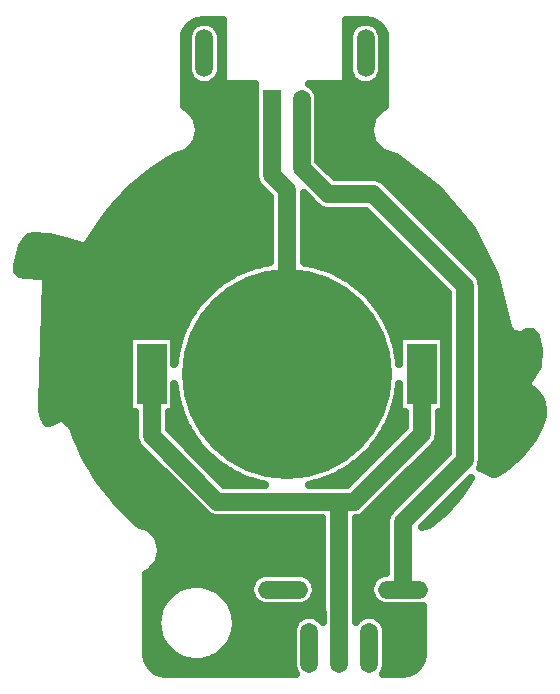
<source format=gbr>
%TF.GenerationSoftware,Novarm,DipTrace,4.3.0.5*%
%TF.CreationDate,2025-06-08T20:07:48-05:00*%
%FSLAX26Y26*%
%MOIN*%
%TF.FileFunction,Copper,L2,Bot*%
%TF.Part,Single*%
%TA.AperFunction,Conductor*%
%ADD16C,0.059055*%
%ADD17C,0.06*%
%TA.AperFunction,CopperBalancing*%
%ADD18C,0.025*%
%ADD21C,0.700787*%
%ADD22R,0.098425X0.200787*%
%TA.AperFunction,ComponentPad*%
%ADD23R,0.059055X0.167323*%
%ADD24O,0.059055X0.167323*%
%ADD25O,0.059055X0.1591*%
%ADD26O,0.167323X0.059055*%
G75*
G01*
%LPD*%
X1281251Y2293749D2*
D16*
Y2180087D1*
D17*
Y2093749D1*
X1331251Y2043750D1*
Y1431249D1*
X1381251Y2293749D2*
D16*
Y2118747D1*
D17*
X1468750Y2031249D1*
X1618751D1*
X1925001Y1724999D1*
Y1143749D1*
X1718750Y937498D1*
Y772027D1*
D16*
Y712499D1*
X881251Y1431249D2*
D17*
Y1224998D1*
X1100001Y1006249D1*
X1506250D1*
X1556251D1*
X1781251Y1231249D1*
Y1431249D1*
X1506250Y518749D2*
D16*
Y632410D1*
D17*
Y1006249D1*
X1002947Y2584938D2*
D18*
X1010668D1*
X1101844D2*
X1116042D1*
X1531341D2*
X1548159D1*
X991643Y2560069D2*
X999203D1*
X989759Y2535200D2*
X998288D1*
X989741Y2510331D2*
X998288D1*
X989705Y2485462D2*
X998288D1*
X989688Y2460594D2*
X998288D1*
X989670Y2435725D2*
X1000154D1*
X1649849D2*
X1657606D1*
X989634Y2410856D2*
X1014435D1*
X1098058D2*
X1116042D1*
X1531341D2*
X1551945D1*
X1635567D2*
X1657606D1*
X989616Y2385987D2*
X1223281D1*
X1424048D2*
X1657606D1*
X989598Y2361119D2*
X1223281D1*
X1437612D2*
X1657606D1*
X989562Y2336250D2*
X1223281D1*
X1439209D2*
X1657606D1*
X1007360Y2311381D2*
X1223281D1*
X1439209D2*
X1639771D1*
X1029734Y2286512D2*
X1223281D1*
X1439209D2*
X1617380D1*
X1036427Y2261644D2*
X1223281D1*
X1439209D2*
X1610723D1*
X1038687Y2236775D2*
X1223281D1*
X1439209D2*
X1608444D1*
X1032049Y2211906D2*
X1223281D1*
X1439209D2*
X1615101D1*
X1015847Y2187037D2*
X1223246D1*
X1439209D2*
X1631285D1*
X977397Y2162169D2*
X1222815D1*
X1439209D2*
X1669770D1*
X928954Y2137300D2*
X1222815D1*
X1444304D2*
X1713442D1*
X891939Y2112431D2*
X1222815D1*
X1469172D2*
X1747029D1*
X859195Y2087562D2*
X1223156D1*
X1494040D2*
X1780617D1*
X829752Y2062693D2*
X1232235D1*
X1668903D2*
X1814186D1*
X802928Y2037825D2*
X1255577D1*
X1693771D2*
X1842194D1*
X778204Y2012956D2*
X1272820D1*
X1389689D2*
X1405448D1*
X1718639D2*
X1863222D1*
X756458Y1988087D2*
X1272820D1*
X1389689D2*
X1430674D1*
X1743507D2*
X1884268D1*
X736166Y1963218D2*
X1272820D1*
X1389689D2*
X1605179D1*
X1768374D2*
X1905314D1*
X717111Y1938350D2*
X1272820D1*
X1389689D2*
X1630047D1*
X1793260D2*
X1926342D1*
X700784Y1913481D2*
X1272820D1*
X1389689D2*
X1654914D1*
X1818128D2*
X1946581D1*
X477818Y1888612D2*
X513385D1*
X684439D2*
X1272820D1*
X1389689D2*
X1679782D1*
X1842996D2*
X1959212D1*
X455139Y1863743D2*
X625828D1*
X668093D2*
X1272820D1*
X1389689D2*
X1704650D1*
X1867863D2*
X1971844D1*
X447298Y1838875D2*
X1272820D1*
X1389689D2*
X1729518D1*
X1892731D2*
X1984493D1*
X440982Y1814006D2*
X1272820D1*
X1389689D2*
X1754385D1*
X1917599D2*
X1997124D1*
X435349Y1789137D2*
X1212391D1*
X1450100D2*
X1779253D1*
X1942466D2*
X2009755D1*
X445647Y1764268D2*
X1153487D1*
X1509021D2*
X1804121D1*
X1967334D2*
X2022386D1*
X532469Y1739400D2*
X1112722D1*
X1549768D2*
X1829007D1*
X1981544D2*
X2029133D1*
X531500Y1714531D2*
X1081019D1*
X1581490D2*
X1853874D1*
X1983428D2*
X2035161D1*
X530531Y1689662D2*
X1055182D1*
X1607326D2*
X1866559D1*
X1983428D2*
X2041208D1*
X529563Y1664793D2*
X1033651D1*
X1628839D2*
X1866559D1*
X1983428D2*
X2047254D1*
X528576Y1639924D2*
X1015584D1*
X1646924D2*
X1866559D1*
X1983428D2*
X2053283D1*
X527607Y1615056D2*
X1000369D1*
X1662139D2*
X1866559D1*
X1983428D2*
X2059329D1*
X526638Y1590187D2*
X987630D1*
X1674860D2*
X1866559D1*
X1983428D2*
X2065376D1*
X525669Y1565318D2*
X977116D1*
X1685392D2*
X1866559D1*
X1983428D2*
X2086852D1*
X2123538D2*
X2152861D1*
X524682Y1540449D2*
X803598D1*
X958899D2*
X968611D1*
X1693879D2*
X1703609D1*
X1858892D2*
X1866559D1*
X1983428D2*
X2161761D1*
X523713Y1515581D2*
X803598D1*
X1858892D2*
X1866559D1*
X1983428D2*
X2167484D1*
X522745Y1490712D2*
X803598D1*
X1858892D2*
X1866559D1*
X1983428D2*
X2167771D1*
X521776Y1465843D2*
X803598D1*
X1858892D2*
X1866559D1*
X1983428D2*
X2166748D1*
X520807Y1440974D2*
X803598D1*
X1858892D2*
X1866559D1*
X1983428D2*
X2155391D1*
X519820Y1416106D2*
X803598D1*
X1858892D2*
X1866559D1*
X1983428D2*
X2139548D1*
X518851Y1391237D2*
X803598D1*
X1858892D2*
X1866559D1*
X1983428D2*
X2132587D1*
X517882Y1366368D2*
X803598D1*
X1858892D2*
X1866559D1*
X1983428D2*
X2160469D1*
X516913Y1341499D2*
X803598D1*
X1858892D2*
X1866559D1*
X1983428D2*
X2177352D1*
X517793Y1316630D2*
X803598D1*
X958899D2*
X970298D1*
X1692192D2*
X1703609D1*
X1858892D2*
X1866559D1*
X1983428D2*
X2183542D1*
X522637Y1291762D2*
X822814D1*
X939683D2*
X979233D1*
X1683275D2*
X1722825D1*
X1839676D2*
X1866559D1*
X1983428D2*
X2181945D1*
X607252Y1266893D2*
X822814D1*
X939683D2*
X990214D1*
X1672294D2*
X1722825D1*
X1839676D2*
X1866559D1*
X1983428D2*
X2174679D1*
X623687Y1242024D2*
X822814D1*
X945819D2*
X1003455D1*
X1659053D2*
X1710427D1*
X1839676D2*
X1866559D1*
X1983428D2*
X2163196D1*
X633375Y1217155D2*
X823370D1*
X970687D2*
X1019262D1*
X1643246D2*
X1685559D1*
X1837882D2*
X1866559D1*
X1983428D2*
X2150278D1*
X644141Y1192287D2*
X833382D1*
X995573D2*
X1038029D1*
X1624479D2*
X1660692D1*
X1823887D2*
X1866559D1*
X1983428D2*
X2131618D1*
X655983Y1167418D2*
X857227D1*
X1020440D2*
X1060403D1*
X1602105D2*
X1635824D1*
X1799019D2*
X1866559D1*
X1983428D2*
X2111900D1*
X669044Y1142549D2*
X882095D1*
X1045308D2*
X1087352D1*
X1575156D2*
X1610956D1*
X1774152D2*
X1842194D1*
X1983428D2*
X2085561D1*
X683308Y1117680D2*
X906962D1*
X1070176D2*
X1120671D1*
X1541837D2*
X1586089D1*
X1749284D2*
X1817326D1*
X1977884D2*
X2056566D1*
X698882Y1092812D2*
X931830D1*
X1095043D2*
X1164180D1*
X1498310D2*
X1561221D1*
X1724416D2*
X1792458D1*
X715909Y1067943D2*
X956698D1*
X1119911D2*
X1230620D1*
X1431888D2*
X1536335D1*
X1699548D2*
X1767591D1*
X734479Y1043074D2*
X981566D1*
X1674681D2*
X1742723D1*
X1905936D2*
X1915864D1*
X754736Y1018205D2*
X1006433D1*
X1649813D2*
X1717855D1*
X1881051D2*
X1897169D1*
X776823Y993337D2*
X1031319D1*
X1624945D2*
X1692988D1*
X1856183D2*
X1874849D1*
X800955Y968468D2*
X1056187D1*
X1600078D2*
X1669681D1*
X1831315D2*
X1851309D1*
X827330Y943599D2*
X1447809D1*
X1564678D2*
X1660656D1*
X1806447D2*
X1821004D1*
X874033Y918730D2*
X1447809D1*
X1564678D2*
X1660315D1*
X898918Y893861D2*
X1447809D1*
X1564678D2*
X1660315D1*
X909325Y868993D2*
X1447809D1*
X1564678D2*
X1660315D1*
X916017Y844124D2*
X1447809D1*
X1564678D2*
X1660315D1*
X909522Y819255D2*
X1447809D1*
X1564678D2*
X1660315D1*
X899546Y794386D2*
X1447809D1*
X1564678D2*
X1660315D1*
X874750Y769518D2*
X1447809D1*
X1564678D2*
X1660369D1*
X864864Y744649D2*
X1216930D1*
X1420567D2*
X1447809D1*
X1564678D2*
X1616931D1*
X864882Y719780D2*
X973223D1*
X1087167D2*
X1207134D1*
X1430363D2*
X1447809D1*
X1564678D2*
X1607135D1*
X864900Y694911D2*
X936890D1*
X1123518D2*
X1209520D1*
X1427977D2*
X1447809D1*
X1564678D2*
X1609521D1*
X864918Y670043D2*
X916848D1*
X1143559D2*
X1226439D1*
X1411076D2*
X1447809D1*
X1564678D2*
X1626440D1*
X864936Y645174D2*
X904845D1*
X1155562D2*
X1447809D1*
X1564678D2*
X1781801D1*
X864954Y620305D2*
X898619D1*
X1161788D2*
X1375000D1*
X1437504D2*
X1448293D1*
X1564211D2*
X1575000D1*
X1637505D2*
X1781801D1*
X864972Y595436D2*
X897327D1*
X1163062D2*
X1353075D1*
X1659412D2*
X1781801D1*
X864990Y570567D2*
X900844D1*
X1159545D2*
X1348284D1*
X1664203D2*
X1781801D1*
X865008Y545699D2*
X909600D1*
X1150808D2*
X1348284D1*
X1664203D2*
X1781801D1*
X865026Y520830D2*
X924887D1*
X1135503D2*
X1348284D1*
X1664203D2*
X1781801D1*
X865098Y495961D2*
X950544D1*
X1109864D2*
X1348284D1*
X1664203D2*
X1781765D1*
X870283Y471092D2*
X1017647D1*
X1042742D2*
X1348284D1*
X1664203D2*
X1776562D1*
X888817Y446224D2*
X1351424D1*
X1661081D2*
X1758046D1*
X1257809Y1062182D2*
X1251567Y1063455D1*
X1242600Y1065512D1*
X1233686Y1067789D1*
X1224830Y1070283D1*
X1216037Y1072992D1*
X1207314Y1075915D1*
X1198665Y1079051D1*
X1190094Y1082398D1*
X1181609Y1085953D1*
X1173212Y1089714D1*
X1164911Y1093680D1*
X1156708Y1097847D1*
X1148610Y1102213D1*
X1140621Y1106776D1*
X1132746Y1111533D1*
X1124990Y1116482D1*
X1117357Y1121618D1*
X1109851Y1126939D1*
X1102479Y1132442D1*
X1095242Y1138124D1*
X1088147Y1143981D1*
X1081197Y1150010D1*
X1074397Y1156207D1*
X1067750Y1162568D1*
X1061261Y1169090D1*
X1054933Y1175768D1*
X1048770Y1182599D1*
X1042776Y1189579D1*
X1036954Y1196703D1*
X1031309Y1203968D1*
X1025842Y1211368D1*
X1020558Y1218900D1*
X1015460Y1226558D1*
X1010551Y1234339D1*
X1005833Y1242238D1*
X1001310Y1250249D1*
X996984Y1258369D1*
X992857Y1266592D1*
X988933Y1274914D1*
X985214Y1283329D1*
X983434Y1287563D1*
X981707Y1291819D1*
X980031Y1296095D1*
X978408Y1300392D1*
X976837Y1304708D1*
X975319Y1309043D1*
X973854Y1313396D1*
X972442Y1317767D1*
X971084Y1322155D1*
X969779Y1326559D1*
X968528Y1330979D1*
X967331Y1335413D1*
X966189Y1339862D1*
X965101Y1344324D1*
X964067Y1348799D1*
X963088Y1353287D1*
X962164Y1357786D1*
X961295Y1362297D1*
X960481Y1366817D1*
X959722Y1371347D1*
X959019Y1375886D1*
X958371Y1380433D1*
X957778Y1384988D1*
X957242Y1389550D1*
X956760Y1394118D1*
X956397Y1398025D1*
Y1304921D1*
X937190D1*
X937185Y1248167D1*
X1123167Y1062184D1*
X1257677Y1062182D1*
X1225790Y2187348D2*
Y2397640D1*
X1131042Y2397641D1*
X1126667Y2398428D1*
X1121736Y2401786D1*
X1118922Y2407046D1*
X1118533Y2410141D1*
Y2609804D1*
X1051296Y2609806D1*
X1032943Y2607390D1*
X1018193Y2601281D1*
X1005524Y2591562D1*
X995802Y2578895D1*
X989682Y2564127D1*
X987267Y2545763D1*
X987059Y2324504D1*
X990191Y2323659D1*
X993343Y2322335D1*
X995807Y2320423D1*
X1023950Y2292302D1*
X1026015Y2289582D1*
X1027194Y2286695D1*
X1037516Y2248273D1*
X1037946Y2244885D1*
X1037524Y2241795D1*
X1027263Y2203357D1*
X1025942Y2200208D1*
X1024032Y2197742D1*
X995934Y2169577D1*
X993216Y2167509D1*
X990330Y2166328D1*
X963633Y2159133D1*
X923220Y2135399D1*
X883412Y2108339D1*
X845463Y2078818D1*
X809502Y2046964D1*
X775659Y2012909D1*
X744047Y1976738D1*
X714867Y1938728D1*
X664146Y1861539D1*
X663400Y1860518D1*
X658644Y1856916D1*
X652761Y1855928D1*
X649704Y1856546D1*
X581676Y1879447D1*
X539884Y1887368D1*
X484427Y1890244D1*
X478666Y1889589D1*
X475497Y1888697D1*
X472162Y1887109D1*
X468111Y1884251D1*
X461386Y1877627D1*
X455202Y1869154D1*
X449313Y1856702D1*
X433218Y1793218D1*
X432323Y1783242D1*
X432624Y1779057D1*
X433579Y1775249D1*
X434090Y1774117D1*
X438239Y1768192D1*
X440480Y1765905D1*
X442212Y1764687D1*
X444273Y1763764D1*
X454142Y1761444D1*
X518609Y1756364D1*
X522459Y1755435D1*
X527256Y1751888D1*
X529861Y1746521D1*
X530129Y1743413D1*
X514034Y1331967D1*
X515644Y1312321D1*
X518261Y1298017D1*
X521937Y1285788D1*
X524413Y1280047D1*
X527001Y1275510D1*
X529293Y1272511D1*
X531088Y1270800D1*
X532789Y1269676D1*
X533232Y1269502D1*
X534236Y1269303D1*
X537638Y1269308D1*
X542260Y1270094D1*
X548810Y1272222D1*
X575912Y1284803D1*
X581786Y1285842D1*
X587474Y1284041D1*
X589913Y1282097D1*
X614298Y1257096D1*
X615549Y1255597D1*
X617023Y1252848D1*
X629616Y1220084D1*
X641045Y1193519D1*
X653450Y1167485D1*
X666816Y1142026D1*
X681120Y1117148D1*
X696333Y1092888D1*
X712448Y1069247D1*
X729426Y1046274D1*
X747242Y1023979D1*
X765895Y1002378D1*
X785337Y981513D1*
X805556Y961394D1*
X826503Y942058D1*
X842105Y928728D1*
X865386Y922492D1*
X868535Y921169D1*
X870999Y919257D1*
X899141Y891141D1*
X901206Y888422D1*
X902385Y885535D1*
X912711Y847118D1*
X913142Y843730D1*
X912720Y840640D1*
X902466Y802204D1*
X901146Y799055D1*
X899237Y796589D1*
X871147Y768420D1*
X868431Y766352D1*
X865544Y765170D1*
X862340Y764305D1*
X862554Y496240D1*
X864974Y477863D1*
X871088Y463108D1*
X880812Y450441D1*
X893482Y440722D1*
X908236Y434612D1*
X926581Y432199D1*
X1361397Y432192D1*
X1357352Y438444D1*
X1353706Y446865D1*
X1351499Y455771D1*
X1350789Y464615D1*
Y572882D1*
X1351548Y582027D1*
X1353804Y590921D1*
X1357496Y599321D1*
X1362523Y606998D1*
X1368746Y613741D1*
X1375996Y619365D1*
X1384074Y623717D1*
X1392759Y626678D1*
X1401814Y628166D1*
X1410990Y628140D1*
X1420036Y626603D1*
X1428704Y623594D1*
X1436759Y619198D1*
X1443978Y613534D1*
X1450164Y606757D1*
X1450792Y605786D1*
X1450789Y625152D1*
X1450329Y631231D1*
X1450316Y650497D1*
Y950319D1*
X1100001Y950315D1*
X1090855Y951068D1*
X1081956Y953306D1*
X1073543Y956968D1*
X1065835Y961963D1*
X1060431Y966717D1*
X841700Y1185447D1*
X835766Y1192446D1*
X831056Y1200321D1*
X827697Y1208860D1*
X825778Y1217842D1*
X825318Y1225025D1*
X825321Y1304921D1*
X806105D1*
Y1557576D1*
X956397D1*
Y1464440D1*
X956673Y1467492D1*
X957144Y1472061D1*
X957670Y1476623D1*
X958251Y1481180D1*
X958888Y1485728D1*
X959581Y1490269D1*
X960329Y1494801D1*
X961132Y1499323D1*
X961991Y1503835D1*
X962904Y1508337D1*
X963873Y1512827D1*
X964896Y1517305D1*
X965973Y1521769D1*
X967105Y1526221D1*
X968291Y1530658D1*
X969532Y1535081D1*
X970826Y1539488D1*
X972174Y1543879D1*
X973575Y1548253D1*
X975030Y1552610D1*
X976538Y1556948D1*
X978098Y1561268D1*
X979711Y1565569D1*
X981377Y1569849D1*
X983095Y1574109D1*
X984864Y1578348D1*
X986685Y1582564D1*
X990487Y1590942D1*
X994493Y1599225D1*
X998700Y1607407D1*
X1003106Y1615484D1*
X1007708Y1623450D1*
X1012503Y1631302D1*
X1017488Y1639035D1*
X1022662Y1646643D1*
X1028019Y1654122D1*
X1033558Y1661468D1*
X1039275Y1668677D1*
X1045167Y1675743D1*
X1051229Y1682664D1*
X1057459Y1689434D1*
X1063852Y1696050D1*
X1070405Y1702507D1*
X1077114Y1708803D1*
X1083975Y1714933D1*
X1090984Y1720893D1*
X1098136Y1726680D1*
X1105428Y1732290D1*
X1112855Y1737720D1*
X1120412Y1742968D1*
X1128095Y1748029D1*
X1135900Y1752900D1*
X1143821Y1757580D1*
X1151855Y1762064D1*
X1159995Y1766351D1*
X1168238Y1770437D1*
X1176579Y1774321D1*
X1185012Y1777999D1*
X1193532Y1781471D1*
X1202134Y1784733D1*
X1210814Y1787783D1*
X1219566Y1790621D1*
X1228385Y1793244D1*
X1237264Y1795650D1*
X1246201Y1797839D1*
X1255188Y1799808D1*
X1264220Y1801558D1*
X1273293Y1803086D1*
X1275311Y1803375D1*
X1275318Y1973064D1*
Y2020584D1*
X1241701Y2054197D1*
X1235766Y2061196D1*
X1231056Y2069071D1*
X1227697Y2077610D1*
X1225778Y2086592D1*
X1225318Y2093774D1*
Y2180096D1*
X1225790Y2187348D1*
X1160369Y592020D2*
X1159397Y582861D1*
X1157782Y573793D1*
X1155531Y564862D1*
X1152655Y556111D1*
X1149170Y547586D1*
X1145092Y539327D1*
X1140441Y531377D1*
X1135242Y523774D1*
X1129518Y516557D1*
X1123300Y509762D1*
X1116619Y503423D1*
X1109506Y497570D1*
X1101999Y492234D1*
X1094134Y487441D1*
X1085950Y483214D1*
X1077489Y479576D1*
X1068792Y476543D1*
X1059903Y474131D1*
X1050866Y472352D1*
X1041725Y471215D1*
X1032528Y470726D1*
X1023319Y470887D1*
X1014144Y471697D1*
X1005049Y473152D1*
X996079Y475245D1*
X987279Y477965D1*
X978694Y481300D1*
X970364Y485231D1*
X962333Y489741D1*
X954640Y494806D1*
X947324Y500401D1*
X940420Y506498D1*
X933963Y513066D1*
X927986Y520074D1*
X922518Y527486D1*
X917587Y535266D1*
X913217Y543373D1*
X909429Y551769D1*
X906243Y560411D1*
X903675Y569257D1*
X901737Y578261D1*
X900439Y587380D1*
X899787Y596567D1*
X899786Y605778D1*
X900433Y614966D1*
X901728Y624085D1*
X903662Y633090D1*
X906227Y641936D1*
X909409Y650580D1*
X913194Y658977D1*
X917561Y667087D1*
X922489Y674868D1*
X927954Y682282D1*
X933928Y689292D1*
X940382Y695864D1*
X947283Y701963D1*
X954597Y707561D1*
X962289Y712629D1*
X970318Y717142D1*
X978646Y721077D1*
X987230Y724415D1*
X996029Y727139D1*
X1004997Y729236D1*
X1014092Y730694D1*
X1023266Y731508D1*
X1032476Y731672D1*
X1041673Y731187D1*
X1050814Y730053D1*
X1059852Y728278D1*
X1068742Y725870D1*
X1077440Y722841D1*
X1085903Y719205D1*
X1094088Y714982D1*
X1101955Y710192D1*
X1109465Y704859D1*
X1116580Y699009D1*
X1123264Y692672D1*
X1129484Y685880D1*
X1135210Y678665D1*
X1140413Y671065D1*
X1145067Y663116D1*
X1149148Y654859D1*
X1152637Y646335D1*
X1155516Y637586D1*
X1157771Y628656D1*
X1159390Y619588D1*
X1160365Y610430D1*
X1160692Y601199D1*
X1160369Y592020D1*
X1111712Y2541683D2*
Y2449976D1*
X1110953Y2440831D1*
X1108697Y2431937D1*
X1105005Y2423537D1*
X1099978Y2415860D1*
X1093755Y2409117D1*
X1086505Y2403493D1*
X1078427Y2399141D1*
X1069741Y2396180D1*
X1060687Y2394692D1*
X1051511Y2394718D1*
X1042465Y2396255D1*
X1033796Y2399264D1*
X1025742Y2403660D1*
X1018523Y2409324D1*
X1012337Y2416101D1*
X1007353Y2423805D1*
X1003707Y2432226D1*
X1001500Y2441132D1*
X1000790Y2449976D1*
Y2550020D1*
X1001549Y2559165D1*
X1003806Y2568059D1*
X1007498Y2576459D1*
X1012524Y2584136D1*
X1018748Y2590878D1*
X1025998Y2596503D1*
X1034076Y2600855D1*
X1042761Y2603815D1*
X1051815Y2605303D1*
X1060991Y2605278D1*
X1070037Y2603740D1*
X1078706Y2600732D1*
X1086760Y2596336D1*
X1093979Y2590672D1*
X1100165Y2583895D1*
X1105149Y2576191D1*
X1108795Y2567770D1*
X1111003Y2558864D1*
X1111712Y2550020D1*
Y2541683D1*
X1649211Y2541684D2*
Y2449977D1*
X1648452Y2440832D1*
X1646195Y2431938D1*
X1642503Y2423538D1*
X1637477Y2415861D1*
X1631253Y2409119D1*
X1624003Y2403494D1*
X1615925Y2399142D1*
X1607240Y2396182D1*
X1598186Y2394694D1*
X1589010Y2394719D1*
X1579964Y2396257D1*
X1571295Y2399265D1*
X1563241Y2403661D1*
X1556022Y2409326D1*
X1549836Y2416102D1*
X1544852Y2423807D1*
X1541206Y2432227D1*
X1538999Y2441133D1*
X1538289Y2449977D1*
Y2550022D1*
X1539048Y2559166D1*
X1541304Y2568060D1*
X1544996Y2576460D1*
X1550023Y2584137D1*
X1556246Y2590880D1*
X1563496Y2596504D1*
X1571574Y2600856D1*
X1580260Y2603817D1*
X1589314Y2605305D1*
X1598490Y2605280D1*
X1607536Y2603742D1*
X1616205Y2600733D1*
X1624259Y2596337D1*
X1631478Y2590673D1*
X1637664Y2583896D1*
X1642648Y2576192D1*
X1646294Y2567771D1*
X1648501Y2558865D1*
X1649211Y2550022D1*
Y2541684D1*
X1363861Y657038D2*
X1264616D1*
X1255472Y657797D1*
X1246578Y660054D1*
X1238177Y663746D1*
X1230501Y668772D1*
X1223758Y674996D1*
X1218133Y682246D1*
X1213781Y690324D1*
X1210821Y699009D1*
X1209333Y708063D1*
X1209358Y717239D1*
X1210896Y726285D1*
X1213904Y734954D1*
X1218300Y743008D1*
X1223965Y750227D1*
X1230741Y756413D1*
X1238446Y761397D1*
X1246866Y765043D1*
X1255773Y767251D1*
X1264616Y767960D1*
X1372884D1*
X1382028Y767201D1*
X1390922Y764945D1*
X1399323Y761253D1*
X1406999Y756226D1*
X1413742Y750003D1*
X1419366Y742753D1*
X1423718Y734675D1*
X1426679Y725990D1*
X1428167Y716935D1*
X1428142Y707759D1*
X1426604Y698713D1*
X1423596Y690045D1*
X1419199Y681990D1*
X1413535Y674772D1*
X1406758Y668585D1*
X1399054Y663601D1*
X1390634Y659955D1*
X1381727Y657748D1*
X1372884Y657038D1*
X1363861D1*
X1977940Y1125696D2*
X1980181Y1134603D1*
X1980934Y1143749D1*
X1980922Y1726179D1*
X1979976Y1735306D1*
X1977551Y1744156D1*
X1973712Y1752490D1*
X1968556Y1760091D1*
X1964532Y1764570D1*
X1657459Y2071625D1*
X1650337Y2077410D1*
X1642365Y2081953D1*
X1633757Y2085132D1*
X1624736Y2086860D1*
X1618726Y2087182D1*
X1491914Y2087186D1*
X1436712Y2142386D1*
Y2347882D1*
X1436003Y2356726D1*
X1433795Y2365632D1*
X1430149Y2374053D1*
X1425165Y2381757D1*
X1418979Y2388534D1*
X1411760Y2394198D1*
X1405460Y2397637D1*
X1516340Y2397641D1*
X1519435Y2398030D1*
X1524696Y2400844D1*
X1528054Y2405781D1*
X1528840Y2410154D1*
X1528841Y2609806D1*
X1596086Y2609805D1*
X1614447Y2607385D1*
X1629199Y2601272D1*
X1641865Y2591549D1*
X1651584Y2578880D1*
X1657692Y2564129D1*
X1660108Y2545782D1*
X1660110Y2324514D1*
X1656916Y2323658D1*
X1654024Y2322477D1*
X1651305Y2320415D1*
X1623158Y2292270D1*
X1621243Y2289801D1*
X1619920Y2286655D1*
X1609617Y2248207D1*
X1609193Y2245112D1*
X1609620Y2241726D1*
X1620067Y2202777D1*
X1623157Y2197674D1*
X1651311Y2169520D1*
X1653780Y2167605D1*
X1656925Y2166282D1*
X1684022Y2159020D1*
X1694596Y2153114D1*
X1835307Y2048909D1*
X1947878Y1915856D1*
X2026229Y1761624D1*
X2067679Y1590964D1*
X2068803Y1588018D1*
X2074878Y1576619D1*
X2076682Y1574068D1*
X2079092Y1572021D1*
X2089908Y1564960D1*
X2092718Y1563594D1*
X2095817Y1562962D1*
X2108678Y1561988D1*
X2113943Y1562715D1*
X2123987Y1566418D1*
X2133273Y1570407D1*
X2147320Y1572566D1*
X2149641Y1571967D1*
X2152796Y1569546D1*
X2160454Y1556945D1*
X2171096Y1510784D1*
X2168938Y1458317D1*
X2135176Y1405331D1*
X2133841Y1402512D1*
X2133387Y1396564D1*
X2135745Y1391079D1*
X2137657Y1389060D1*
X2159142Y1370902D1*
X2174849Y1352332D1*
X2182790Y1335138D1*
X2186208Y1315652D1*
X2184650Y1292459D1*
X2175342Y1260593D1*
X2150762Y1213278D1*
X2108819Y1160367D1*
X2054593Y1113841D1*
X2026884Y1099535D1*
X2018390Y1099283D1*
X1978539Y1116329D1*
X1975535Y1117188D1*
X1977940Y1125696D1*
X1946478Y1086125D2*
X1782677Y922323D1*
X1804793Y928246D1*
X1858358Y972200D1*
X1908682Y1028232D1*
X1946478Y1086123D1*
X1679218Y977068D2*
X1869067Y1166924D1*
X1869066Y1701832D1*
X1595588Y1975315D1*
X1468750D1*
X1459605Y1976068D1*
X1450706Y1978306D1*
X1442292Y1981968D1*
X1434584Y1986963D1*
X1429181Y1991716D1*
X1387185Y2033711D1*
X1387181Y1803368D1*
X1392395Y1802575D1*
X1401455Y1800969D1*
X1410472Y1799143D1*
X1419441Y1797096D1*
X1428359Y1794831D1*
X1437218Y1792348D1*
X1446013Y1789650D1*
X1454740Y1786738D1*
X1463394Y1783613D1*
X1471968Y1780277D1*
X1480458Y1776733D1*
X1488859Y1772982D1*
X1497166Y1769027D1*
X1505374Y1764870D1*
X1513477Y1760514D1*
X1521472Y1755961D1*
X1529353Y1751214D1*
X1537116Y1746275D1*
X1544755Y1741149D1*
X1552267Y1735837D1*
X1559647Y1730343D1*
X1566890Y1724670D1*
X1573993Y1718822D1*
X1580950Y1712802D1*
X1587758Y1706614D1*
X1594413Y1700261D1*
X1600911Y1693748D1*
X1607247Y1687077D1*
X1613419Y1680254D1*
X1619421Y1673282D1*
X1625252Y1666165D1*
X1630907Y1658907D1*
X1636383Y1651514D1*
X1641676Y1643989D1*
X1646784Y1636337D1*
X1651703Y1628562D1*
X1656431Y1620670D1*
X1660964Y1612664D1*
X1665300Y1604549D1*
X1669437Y1596332D1*
X1673372Y1588015D1*
X1677102Y1579605D1*
X1678886Y1575373D1*
X1680620Y1571119D1*
X1682301Y1566845D1*
X1683929Y1562550D1*
X1685506Y1558236D1*
X1687029Y1553903D1*
X1688500Y1549551D1*
X1689917Y1545182D1*
X1691281Y1540796D1*
X1692591Y1536394D1*
X1693847Y1531976D1*
X1695050Y1527543D1*
X1696198Y1523096D1*
X1697292Y1518635D1*
X1698331Y1514161D1*
X1699316Y1509674D1*
X1700245Y1505176D1*
X1701120Y1500667D1*
X1701940Y1496148D1*
X1702704Y1491619D1*
X1703414Y1487080D1*
X1704067Y1482534D1*
X1704665Y1477980D1*
X1705208Y1473419D1*
X1705695Y1468852D1*
X1706105Y1464498D1*
Y1557576D1*
X1856397D1*
Y1304922D1*
X1837190D1*
X1837185Y1231249D1*
X1836432Y1222103D1*
X1834194Y1213204D1*
X1830531Y1204791D1*
X1825537Y1197083D1*
X1820784Y1191679D1*
X1595802Y966698D1*
X1588803Y960763D1*
X1580928Y956053D1*
X1572389Y952694D1*
X1563407Y950776D1*
X1562183Y942230D1*
Y632410D1*
X1561711Y626667D1*
X1561713Y605761D1*
X1562523Y606998D1*
X1568746Y613741D1*
X1575996Y619365D1*
X1584074Y623717D1*
X1592760Y626678D1*
X1601814Y628166D1*
X1610990Y628140D1*
X1620036Y626603D1*
X1628705Y623594D1*
X1636759Y619198D1*
X1643978Y613534D1*
X1650164Y606757D1*
X1655148Y599053D1*
X1658794Y590632D1*
X1661001Y581726D1*
X1661711Y572882D1*
Y464615D1*
X1660952Y455470D1*
X1658695Y446576D1*
X1655003Y438176D1*
X1651091Y432201D1*
X1720267Y432200D1*
X1738618Y434617D1*
X1753369Y440726D1*
X1766052Y450456D1*
X1775761Y463111D1*
X1781874Y477862D1*
X1784296Y496223D1*
X1784293Y658384D1*
X1781727Y657748D1*
X1772884Y657038D1*
X1664616D1*
X1655472Y657797D1*
X1646578Y660054D1*
X1638177Y663746D1*
X1630501Y668772D1*
X1623758Y674996D1*
X1618133Y682246D1*
X1613781Y690324D1*
X1610821Y699009D1*
X1609333Y708063D1*
X1609358Y717239D1*
X1610896Y726285D1*
X1613904Y734954D1*
X1618300Y743008D1*
X1623965Y750227D1*
X1630742Y756413D1*
X1638446Y761397D1*
X1646866Y765043D1*
X1655773Y767251D1*
X1662966Y767828D1*
X1662829Y770848D1*
X1662817Y790406D1*
Y937498D1*
X1663569Y946643D1*
X1665807Y955542D1*
X1669470Y963955D1*
X1674465Y971663D1*
X1679218Y977068D1*
X1506307Y1062182D2*
X1533091D1*
X1698335Y1227434D1*
X1725314Y1254413D1*
X1725321Y1304922D1*
X1706105D1*
Y1398040D1*
X1705783Y1394533D1*
X1705307Y1389965D1*
X1704775Y1385403D1*
X1704188Y1380847D1*
X1703545Y1376299D1*
X1702847Y1371760D1*
X1702093Y1367229D1*
X1701284Y1362707D1*
X1700420Y1358196D1*
X1699501Y1353696D1*
X1698527Y1349207D1*
X1697498Y1344731D1*
X1696415Y1340267D1*
X1695277Y1335817D1*
X1694085Y1331381D1*
X1692839Y1326960D1*
X1691540Y1322555D1*
X1690186Y1318166D1*
X1688779Y1313793D1*
X1687319Y1309438D1*
X1685806Y1305102D1*
X1684240Y1300784D1*
X1682621Y1296485D1*
X1680950Y1292207D1*
X1679227Y1287949D1*
X1677452Y1283713D1*
X1675626Y1279498D1*
X1671813Y1271125D1*
X1667797Y1262848D1*
X1663580Y1254671D1*
X1659164Y1246600D1*
X1654552Y1238639D1*
X1649747Y1230793D1*
X1644752Y1223067D1*
X1639569Y1215466D1*
X1634202Y1207993D1*
X1628653Y1200654D1*
X1622928Y1193453D1*
X1617027Y1186393D1*
X1610956Y1179481D1*
X1604718Y1172718D1*
X1598316Y1166110D1*
X1591755Y1159661D1*
X1585038Y1153374D1*
X1578169Y1147253D1*
X1571153Y1141302D1*
X1563993Y1135524D1*
X1556695Y1129923D1*
X1549261Y1124502D1*
X1541697Y1119264D1*
X1534008Y1114213D1*
X1526197Y1109351D1*
X1518270Y1104681D1*
X1510230Y1100207D1*
X1502084Y1095931D1*
X1493836Y1091855D1*
X1485491Y1087982D1*
X1477053Y1084314D1*
X1468529Y1080853D1*
X1459922Y1077602D1*
X1451238Y1074562D1*
X1442483Y1071736D1*
X1433661Y1069124D1*
X1424778Y1066729D1*
X1415839Y1064551D1*
X1406850Y1062593D1*
X1404706Y1062181D1*
X1506185Y1062182D1*
D21*
X1331251Y1431249D3*
D22*
X1781251D3*
X881251D3*
D23*
X1281251Y2293749D3*
D24*
X1381251D3*
D25*
X1056251Y2499998D3*
X1593750Y2499999D3*
D26*
X1718750Y712499D3*
X1318750D3*
D24*
X1606250Y518749D3*
X1506250D3*
X1406250D3*
M02*

</source>
